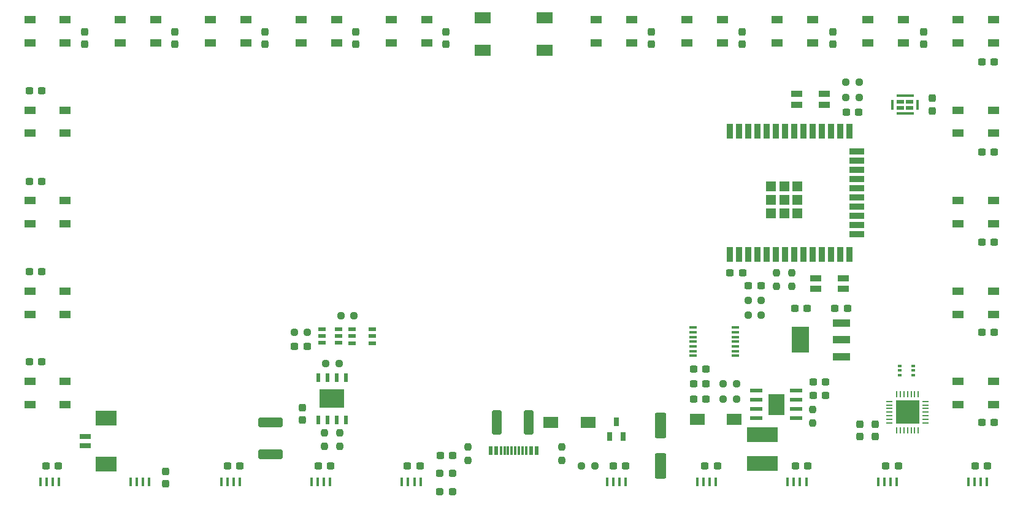
<source format=gbr>
%TF.GenerationSoftware,KiCad,Pcbnew,(6.0.4-0)*%
%TF.CreationDate,2022-05-07T01:43:22+02:00*%
%TF.ProjectId,LaptopLEDsign,4c617074-6f70-44c4-9544-7369676e2e6b,rev?*%
%TF.SameCoordinates,Original*%
%TF.FileFunction,Paste,Top*%
%TF.FilePolarity,Positive*%
%FSLAX46Y46*%
G04 Gerber Fmt 4.6, Leading zero omitted, Abs format (unit mm)*
G04 Created by KiCad (PCBNEW (6.0.4-0)) date 2022-05-07 01:43:22*
%MOMM*%
%LPD*%
G01*
G04 APERTURE LIST*
G04 Aperture macros list*
%AMRoundRect*
0 Rectangle with rounded corners*
0 $1 Rounding radius*
0 $2 $3 $4 $5 $6 $7 $8 $9 X,Y pos of 4 corners*
0 Add a 4 corners polygon primitive as box body*
4,1,4,$2,$3,$4,$5,$6,$7,$8,$9,$2,$3,0*
0 Add four circle primitives for the rounded corners*
1,1,$1+$1,$2,$3*
1,1,$1+$1,$4,$5*
1,1,$1+$1,$6,$7*
1,1,$1+$1,$8,$9*
0 Add four rect primitives between the rounded corners*
20,1,$1+$1,$2,$3,$4,$5,0*
20,1,$1+$1,$4,$5,$6,$7,0*
20,1,$1+$1,$6,$7,$8,$9,0*
20,1,$1+$1,$8,$9,$2,$3,0*%
G04 Aperture macros list end*
%ADD10RoundRect,0.237500X-0.237500X0.300000X-0.237500X-0.300000X0.237500X-0.300000X0.237500X0.300000X0*%
%ADD11R,0.419990X1.300000*%
%ADD12R,0.900000X2.000000*%
%ADD13R,2.000000X0.900000*%
%ADD14R,1.330000X1.330000*%
%ADD15RoundRect,0.237500X0.250000X0.237500X-0.250000X0.237500X-0.250000X-0.237500X0.250000X-0.237500X0*%
%ADD16R,1.500000X1.000000*%
%ADD17RoundRect,0.237500X-0.300000X-0.237500X0.300000X-0.237500X0.300000X0.237500X-0.300000X0.237500X0*%
%ADD18RoundRect,0.250000X-1.450000X0.400000X-1.450000X-0.400000X1.450000X-0.400000X1.450000X0.400000X0*%
%ADD19RoundRect,0.250000X-0.400000X-1.450000X0.400000X-1.450000X0.400000X1.450000X-0.400000X1.450000X0*%
%ADD20RoundRect,0.237500X-0.237500X0.250000X-0.237500X-0.250000X0.237500X-0.250000X0.237500X0.250000X0*%
%ADD21RoundRect,0.237500X0.300000X0.237500X-0.300000X0.237500X-0.300000X-0.237500X0.300000X-0.237500X0*%
%ADD22R,0.900000X0.280010*%
%ADD23R,0.280010X0.900000*%
%ADD24R,3.300000X3.300000*%
%ADD25RoundRect,0.250000X-0.550000X1.500000X-0.550000X-1.500000X0.550000X-1.500000X0.550000X1.500000X0*%
%ADD26R,0.600000X1.200000*%
%ADD27R,3.499873X2.500000*%
%ADD28R,0.990602X0.304801*%
%ADD29RoundRect,0.237500X0.237500X-0.250000X0.237500X0.250000X-0.237500X0.250000X-0.237500X-0.250000X0*%
%ADD30R,2.470003X0.980010*%
%ADD31R,2.470003X3.600000*%
%ADD32RoundRect,0.237500X-0.250000X-0.237500X0.250000X-0.237500X0.250000X0.237500X-0.250000X0.237500X0*%
%ADD33R,1.500000X0.900000*%
%ADD34RoundRect,0.237500X0.237500X-0.300000X0.237500X0.300000X-0.237500X0.300000X-0.237500X-0.300000X0*%
%ADD35R,0.600000X0.419990*%
%ADD36R,2.046380X1.620015*%
%ADD37R,0.600000X1.300000*%
%ADD38R,0.300000X1.300000*%
%ADD39R,2.200000X1.500000*%
%ADD40RoundRect,0.237500X-0.287500X-0.237500X0.287500X-0.237500X0.287500X0.237500X-0.287500X0.237500X0*%
%ADD41R,1.072009X0.532004*%
%ADD42R,1.800000X0.600000*%
%ADD43R,2.184000X2.971000*%
%ADD44R,0.700000X1.250013*%
%ADD45R,1.000000X0.550013*%
%ADD46R,1.050013X0.550013*%
%ADD47R,0.450013X1.400000*%
%ADD48R,2.400000X0.450013*%
%ADD49R,4.220015X2.124003*%
%ADD50R,3.000000X2.100000*%
%ADD51R,1.600000X0.800000*%
G04 APERTURE END LIST*
D10*
%TO.C,C31*%
X170130000Y-65587500D03*
X170130000Y-67312500D03*
%TD*%
D11*
%TO.C,D3*%
X164035842Y-127758498D03*
X164885728Y-127758498D03*
X165735868Y-127758498D03*
X166585754Y-127758498D03*
%TD*%
D12*
%TO.C,U4*%
X181004850Y-96302100D03*
X182274850Y-96302100D03*
X183544850Y-96302100D03*
X184814850Y-96302100D03*
X186084850Y-96302100D03*
X187354850Y-96302100D03*
X188624850Y-96302100D03*
X189894850Y-96302100D03*
X191164850Y-96302100D03*
X192434850Y-96302100D03*
X193704850Y-96302100D03*
X194974850Y-96302100D03*
X196244850Y-96302100D03*
X197514850Y-96302100D03*
D13*
X198514850Y-93517100D03*
X198514850Y-92247100D03*
X198514850Y-90977100D03*
X198514850Y-89707100D03*
X198514850Y-88437100D03*
X198514850Y-87167100D03*
X198514850Y-85897100D03*
X198514850Y-84627100D03*
X198514850Y-83357100D03*
X198514850Y-82087100D03*
D12*
X197514850Y-79302100D03*
X196244850Y-79302100D03*
X194974850Y-79302100D03*
X193704850Y-79302100D03*
X192434850Y-79302100D03*
X191164850Y-79302100D03*
X189894850Y-79302100D03*
X188624850Y-79302100D03*
X187354850Y-79302100D03*
X186084850Y-79302100D03*
X184814850Y-79302100D03*
X183544850Y-79302100D03*
X182274850Y-79302100D03*
X181004850Y-79302100D03*
D14*
X190339850Y-90637100D03*
X188504850Y-90637100D03*
X188504850Y-88802100D03*
X188504850Y-86967100D03*
X190339850Y-88802100D03*
X186669850Y-88802100D03*
X186669850Y-90637100D03*
X190339850Y-86967100D03*
X186669850Y-86967100D03*
%TD*%
D15*
%TO.C,R14*%
X127072500Y-111440000D03*
X125247500Y-111440000D03*
%TD*%
D16*
%TO.C,D17*%
X134291100Y-63920000D03*
X134291100Y-67120000D03*
X139191100Y-67120000D03*
X139191100Y-63920000D03*
%TD*%
%TO.C,D12*%
X212505700Y-63920000D03*
X212505700Y-67120000D03*
X217405700Y-67120000D03*
X217405700Y-63920000D03*
%TD*%
D17*
%TO.C,C13*%
X192487500Y-113940000D03*
X194212500Y-113940000D03*
%TD*%
D18*
%TO.C,F2*%
X117630000Y-119525000D03*
X117630000Y-123975000D03*
%TD*%
D16*
%TO.C,D15*%
X175062400Y-63920000D03*
X175062400Y-67120000D03*
X179962400Y-67120000D03*
X179962400Y-63920000D03*
%TD*%
D19*
%TO.C,F1*%
X148825000Y-119530000D03*
X153275000Y-119530000D03*
%TD*%
D16*
%TO.C,D8*%
X212505700Y-113900000D03*
X212505700Y-117100000D03*
X217405700Y-117100000D03*
X217405700Y-113900000D03*
%TD*%
D11*
%TO.C,D27*%
X98302342Y-127758498D03*
X99152228Y-127758498D03*
X100002368Y-127758498D03*
X100852254Y-127758498D03*
%TD*%
D17*
%TO.C,C18*%
X164887500Y-125530000D03*
X166612500Y-125530000D03*
%TD*%
D16*
%TO.C,D18*%
X121810000Y-63920000D03*
X121810000Y-67120000D03*
X126710000Y-67120000D03*
X126710000Y-63920000D03*
%TD*%
D20*
%TO.C,R2*%
X144890000Y-122967500D03*
X144890000Y-124792500D03*
%TD*%
D21*
%TO.C,C7*%
X191710000Y-103800000D03*
X189985000Y-103800000D03*
%TD*%
D16*
%TO.C,D20*%
X96847800Y-63920000D03*
X96847800Y-67120000D03*
X101747800Y-67120000D03*
X101747800Y-63920000D03*
%TD*%
D17*
%TO.C,C37*%
X84320000Y-73770000D03*
X86045000Y-73770000D03*
%TD*%
D16*
%TO.C,D13*%
X200024600Y-63920000D03*
X200024600Y-67120000D03*
X204924600Y-67120000D03*
X204924600Y-63920000D03*
%TD*%
D22*
%TO.C,U7*%
X203030051Y-116628933D03*
X203030051Y-117129314D03*
X203030051Y-117629695D03*
X203030051Y-118130076D03*
X203030051Y-118630457D03*
X203030051Y-119130838D03*
X203030051Y-119631219D03*
D23*
X204028781Y-120630203D03*
X204529162Y-120630203D03*
X205029543Y-120630203D03*
X205529924Y-120630203D03*
X206030305Y-120630203D03*
X206530686Y-120630203D03*
X207031067Y-120630203D03*
D22*
X208030051Y-119631219D03*
X208030051Y-119130838D03*
X208030051Y-118630457D03*
X208030051Y-118130076D03*
X208030051Y-117629695D03*
X208030051Y-117129314D03*
X208030051Y-116628933D03*
D23*
X207031067Y-115630203D03*
X206530686Y-115630203D03*
X206030305Y-115630203D03*
X205529924Y-115630203D03*
X205029543Y-115630203D03*
X204529162Y-115630203D03*
X204028781Y-115630203D03*
D24*
X205529924Y-118130076D03*
%TD*%
D25*
%TO.C,C3*%
X171400000Y-119950000D03*
X171400000Y-125550000D03*
%TD*%
D16*
%TO.C,D10*%
X212505700Y-88910000D03*
X212505700Y-92110000D03*
X217405700Y-92110000D03*
X217405700Y-88910000D03*
%TD*%
D17*
%TO.C,C39*%
X84320000Y-98716666D03*
X86045000Y-98716666D03*
%TD*%
%TO.C,C45*%
X136485000Y-125530000D03*
X138210000Y-125530000D03*
%TD*%
D26*
%TO.C,U10*%
X127995004Y-113361694D03*
X126725001Y-113361694D03*
X125454999Y-113361694D03*
X124184996Y-113361694D03*
X124184996Y-119178306D03*
X125454999Y-119178306D03*
X126725001Y-119178306D03*
X127995004Y-119178306D03*
D27*
X126090000Y-116270000D03*
%TD*%
D28*
%TO.C,U3*%
X181745070Y-110349962D03*
X181745070Y-109699975D03*
X181745070Y-109049987D03*
X181745070Y-108400000D03*
X181745070Y-107750013D03*
X181745070Y-107100025D03*
X181745070Y-106450038D03*
X175894930Y-106450038D03*
X175894930Y-107100025D03*
X175894930Y-107750013D03*
X175894930Y-108400000D03*
X175894930Y-109049987D03*
X175894930Y-109699975D03*
X175894930Y-110349962D03*
%TD*%
D16*
%TO.C,D24*%
X84366700Y-101405000D03*
X84366700Y-104605000D03*
X89266700Y-104605000D03*
X89266700Y-101405000D03*
%TD*%
D10*
%TO.C,C36*%
X91940000Y-65587500D03*
X91940000Y-67312500D03*
%TD*%
D17*
%TO.C,C12*%
X192487500Y-115820000D03*
X194212500Y-115820000D03*
%TD*%
%TO.C,C27*%
X215785000Y-69760000D03*
X217510000Y-69760000D03*
%TD*%
D20*
%TO.C,R11*%
X127150000Y-120987500D03*
X127150000Y-122812500D03*
%TD*%
D29*
%TO.C,R12*%
X192430000Y-119622500D03*
X192430000Y-117797500D03*
%TD*%
D11*
%TO.C,D4*%
X176516942Y-127758498D03*
X177366828Y-127758498D03*
X178216968Y-127758498D03*
X179066854Y-127758498D03*
%TD*%
D17*
%TO.C,C19*%
X177557500Y-125590000D03*
X179282500Y-125590000D03*
%TD*%
D15*
%TO.C,R17*%
X181922500Y-114230000D03*
X180097500Y-114230000D03*
%TD*%
D30*
%TO.C,U18*%
X196414900Y-110439975D03*
X196414900Y-108140000D03*
X196414900Y-105840025D03*
D31*
X190745100Y-108140000D03*
%TD*%
D17*
%TO.C,C43*%
X111637500Y-125530000D03*
X113362500Y-125530000D03*
%TD*%
D16*
%TO.C,D23*%
X84366700Y-88910000D03*
X84366700Y-92110000D03*
X89266700Y-92110000D03*
X89266700Y-88910000D03*
%TD*%
D32*
%TO.C,R16*%
X180097500Y-116310000D03*
X181922500Y-116310000D03*
%TD*%
D16*
%TO.C,D16*%
X162581300Y-63920000D03*
X162581300Y-67120000D03*
X167481300Y-67120000D03*
X167481300Y-63920000D03*
%TD*%
D17*
%TO.C,C38*%
X84320000Y-86243333D03*
X86045000Y-86243333D03*
%TD*%
%TO.C,C40*%
X84320000Y-111190000D03*
X86045000Y-111190000D03*
%TD*%
D11*
%TO.C,D7*%
X213960242Y-127758498D03*
X214810128Y-127758498D03*
X215660268Y-127758498D03*
X216510154Y-127758498D03*
%TD*%
D33*
%TO.C,SW1*%
X196679924Y-99599936D03*
X192880076Y-99599936D03*
X196679924Y-101100064D03*
X192880076Y-101100064D03*
%TD*%
D20*
%TO.C,R8*%
X189550000Y-98907500D03*
X189550000Y-100732500D03*
%TD*%
D16*
%TO.C,D9*%
X212505700Y-101405000D03*
X212505700Y-104605000D03*
X217405700Y-104605000D03*
X217405700Y-101405000D03*
%TD*%
D17*
%TO.C,C24*%
X215785000Y-107102500D03*
X217510000Y-107102500D03*
%TD*%
%TO.C,C17*%
X176007500Y-114230000D03*
X177732500Y-114230000D03*
%TD*%
%TO.C,C16*%
X176007500Y-116310000D03*
X177732500Y-116310000D03*
%TD*%
D10*
%TO.C,C32*%
X141800000Y-65587500D03*
X141800000Y-67312500D03*
%TD*%
D34*
%TO.C,C14*%
X121990000Y-119202500D03*
X121990000Y-117477500D03*
%TD*%
D16*
%TO.C,D19*%
X109328900Y-63920000D03*
X109328900Y-67120000D03*
X114228900Y-67120000D03*
X114228900Y-63920000D03*
%TD*%
D10*
%TO.C,C34*%
X116870000Y-65587500D03*
X116870000Y-67312500D03*
%TD*%
D29*
%TO.C,R9*%
X187450000Y-100732500D03*
X187450000Y-98907500D03*
%TD*%
D17*
%TO.C,C20*%
X190030000Y-125530000D03*
X191755000Y-125530000D03*
%TD*%
D11*
%TO.C,D28*%
X110783442Y-127758498D03*
X111633328Y-127758498D03*
X112483468Y-127758498D03*
X113333354Y-127758498D03*
%TD*%
D35*
%TO.C,U8*%
X204450897Y-111720013D03*
X204450897Y-112370000D03*
X204450897Y-113019987D03*
X206350821Y-113019987D03*
X206350821Y-112370000D03*
X206350821Y-111720013D03*
%TD*%
D36*
%TO.C,U6*%
X176504569Y-119119976D03*
X181635380Y-119119976D03*
%TD*%
D37*
%TO.C,USB1*%
X147947302Y-123399964D03*
X148747149Y-123399964D03*
D38*
X149897264Y-123399964D03*
X150897264Y-123399964D03*
X151397136Y-123399964D03*
X152397136Y-123399964D03*
D37*
X154347098Y-123399964D03*
X153547251Y-123399964D03*
D38*
X152897264Y-123399964D03*
X151897264Y-123399964D03*
X150397136Y-123399964D03*
X149397136Y-123399964D03*
%TD*%
D11*
%TO.C,D6*%
X201479142Y-127758498D03*
X202329028Y-127758498D03*
X203179168Y-127758498D03*
X204029054Y-127758498D03*
%TD*%
D21*
%TO.C,C15*%
X122652500Y-109000000D03*
X120927500Y-109000000D03*
%TD*%
D39*
%TO.C,SW3*%
X146847200Y-63621987D03*
X155447200Y-63621987D03*
X146847200Y-68122114D03*
X155447200Y-68122114D03*
%TD*%
D40*
%TO.C,D1*%
X140997500Y-126600000D03*
X142747500Y-126600000D03*
%TD*%
D17*
%TO.C,C41*%
X86577500Y-125530000D03*
X88302500Y-125530000D03*
%TD*%
D32*
%TO.C,R1*%
X160527500Y-125530000D03*
X162352500Y-125530000D03*
%TD*%
D20*
%TO.C,R3*%
X157780000Y-122967500D03*
X157780000Y-124792500D03*
%TD*%
D17*
%TO.C,C25*%
X215785000Y-94655000D03*
X217510000Y-94655000D03*
%TD*%
D10*
%TO.C,C30*%
X182683333Y-65587500D03*
X182683333Y-67312500D03*
%TD*%
D16*
%TO.C,D25*%
X84366700Y-113900000D03*
X84366700Y-117100000D03*
X89266700Y-117100000D03*
X89266700Y-113900000D03*
%TD*%
%TO.C,D22*%
X84366700Y-76415000D03*
X84366700Y-79615000D03*
X89266700Y-79615000D03*
X89266700Y-76415000D03*
%TD*%
D11*
%TO.C,D5*%
X188998042Y-127758498D03*
X189847928Y-127758498D03*
X190698068Y-127758498D03*
X191547954Y-127758498D03*
%TD*%
D36*
%TO.C,U2*%
X161435431Y-119570025D03*
X156304620Y-119570025D03*
%TD*%
D16*
%TO.C,D11*%
X212505700Y-76415000D03*
X212505700Y-79615000D03*
X217405700Y-79615000D03*
X217405700Y-76415000D03*
%TD*%
D10*
%TO.C,C29*%
X195236666Y-65587500D03*
X195236666Y-67312500D03*
%TD*%
D41*
%TO.C,U11*%
X126999098Y-108559962D03*
X126999098Y-107610000D03*
X126999098Y-106660038D03*
X124700902Y-106660038D03*
X124700902Y-107610000D03*
X124700902Y-108559962D03*
%TD*%
D42*
%TO.C,U5*%
X190186563Y-118969154D03*
X190186563Y-117699151D03*
X190186563Y-116429149D03*
X190186563Y-115159146D03*
X184641731Y-115159146D03*
X184641731Y-116429149D03*
X184641731Y-117699151D03*
X184641731Y-118969154D03*
D43*
X187414147Y-117064150D03*
%TD*%
D40*
%TO.C,D2*%
X140997500Y-129080000D03*
X142747500Y-129080000D03*
%TD*%
D17*
%TO.C,C11*%
X141010000Y-124140000D03*
X142735000Y-124140000D03*
%TD*%
D15*
%TO.C,R6*%
X185332500Y-102720000D03*
X183507500Y-102720000D03*
%TD*%
D10*
%TO.C,C28*%
X207790000Y-65587500D03*
X207790000Y-67312500D03*
%TD*%
D17*
%TO.C,C44*%
X124167500Y-125530000D03*
X125892500Y-125530000D03*
%TD*%
D34*
%TO.C,C4*%
X198950000Y-121512500D03*
X198950000Y-119787500D03*
%TD*%
D44*
%TO.C,U1*%
X164410038Y-121472467D03*
X166309962Y-121472467D03*
X165360000Y-119472467D03*
%TD*%
D17*
%TO.C,C2*%
X176007500Y-112132500D03*
X177732500Y-112132500D03*
%TD*%
D10*
%TO.C,C33*%
X129335000Y-65587500D03*
X129335000Y-67312500D03*
%TD*%
D45*
%TO.C,U9*%
X131640051Y-108579860D03*
X131640051Y-107629898D03*
X131640051Y-106679936D03*
X128839949Y-106679936D03*
X128839949Y-107629898D03*
X128839949Y-108579860D03*
%TD*%
D46*
%TO.C,U20*%
X205855083Y-75245545D03*
X204504816Y-75245545D03*
X204504816Y-76095431D03*
X205855083Y-76095431D03*
D47*
X206904867Y-75670488D03*
D48*
X205179949Y-74445443D03*
D47*
X203455032Y-75670488D03*
D48*
X205179949Y-76895532D03*
%TD*%
D21*
%TO.C,C8*%
X185282500Y-100700000D03*
X183557500Y-100700000D03*
%TD*%
D10*
%TO.C,C35*%
X104405000Y-65587500D03*
X104405000Y-67312500D03*
%TD*%
D11*
%TO.C,D26*%
X85821242Y-127758498D03*
X86671128Y-127758498D03*
X87521268Y-127758498D03*
X88371154Y-127758498D03*
%TD*%
D16*
%TO.C,D14*%
X187543500Y-63920000D03*
X187543500Y-67120000D03*
X192443500Y-67120000D03*
X192443500Y-63920000D03*
%TD*%
%TO.C,D21*%
X84366700Y-63920000D03*
X84366700Y-67120000D03*
X89266700Y-67120000D03*
X89266700Y-63920000D03*
%TD*%
D20*
%TO.C,R10*%
X125080000Y-120987500D03*
X125080000Y-122812500D03*
%TD*%
D10*
%TO.C,C6*%
X201050000Y-119787500D03*
X201050000Y-121512500D03*
%TD*%
D17*
%TO.C,C1*%
X181047500Y-98890000D03*
X182772500Y-98890000D03*
%TD*%
D11*
%TO.C,D29*%
X123264542Y-127758498D03*
X124114428Y-127758498D03*
X124964568Y-127758498D03*
X125814454Y-127758498D03*
%TD*%
D15*
%TO.C,R13*%
X129142500Y-104840000D03*
X127317500Y-104840000D03*
%TD*%
D17*
%TO.C,C21*%
X202537500Y-125530000D03*
X204262500Y-125530000D03*
%TD*%
D11*
%TO.C,D30*%
X135745642Y-127758498D03*
X136595528Y-127758498D03*
X137445668Y-127758498D03*
X138295554Y-127758498D03*
%TD*%
D17*
%TO.C,C23*%
X215785000Y-119550000D03*
X217510000Y-119550000D03*
%TD*%
D15*
%TO.C,R15*%
X122702500Y-107130000D03*
X120877500Y-107130000D03*
%TD*%
D32*
%TO.C,R7*%
X197017500Y-74650000D03*
X198842500Y-74650000D03*
%TD*%
D34*
%TO.C,C10*%
X208930000Y-76512500D03*
X208930000Y-74787500D03*
%TD*%
D15*
%TO.C,R5*%
X198842500Y-72560000D03*
X197017500Y-72560000D03*
%TD*%
D17*
%TO.C,C9*%
X197067500Y-76690000D03*
X198792500Y-76690000D03*
%TD*%
D49*
%TO.C,L1*%
X185490000Y-125230000D03*
X185490000Y-121230000D03*
%TD*%
D15*
%TO.C,R4*%
X185332500Y-104740000D03*
X183507500Y-104740000D03*
%TD*%
D17*
%TO.C,C5*%
X195515000Y-103800000D03*
X197240000Y-103800000D03*
%TD*%
%TO.C,C22*%
X214870000Y-125530000D03*
X216595000Y-125530000D03*
%TD*%
D50*
%TO.C,U26*%
X94919924Y-125275006D03*
X94919924Y-118924994D03*
D51*
X92020000Y-122725095D03*
X92020000Y-121474905D03*
%TD*%
D33*
%TO.C,SW2*%
X190220076Y-75680064D03*
X194019924Y-75680064D03*
X190220076Y-74179936D03*
X194019924Y-74179936D03*
%TD*%
D10*
%TO.C,C42*%
X103110000Y-126297500D03*
X103110000Y-128022500D03*
%TD*%
D17*
%TO.C,C26*%
X215785000Y-82207500D03*
X217510000Y-82207500D03*
%TD*%
M02*

</source>
